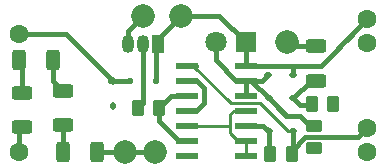
<source format=gbr>
%TF.GenerationSoftware,KiCad,Pcbnew,9.0.1*%
%TF.CreationDate,2025-07-03T13:01:24+03:00*%
%TF.ProjectId,Fan,46616e2e-6b69-4636-9164-5f7063625858,rev?*%
%TF.SameCoordinates,Original*%
%TF.FileFunction,Copper,L1,Top*%
%TF.FilePolarity,Positive*%
%FSLAX46Y46*%
G04 Gerber Fmt 4.6, Leading zero omitted, Abs format (unit mm)*
G04 Created by KiCad (PCBNEW 9.0.1) date 2025-07-03 13:01:24*
%MOMM*%
%LPD*%
G01*
G04 APERTURE LIST*
G04 Aperture macros list*
%AMRoundRect*
0 Rectangle with rounded corners*
0 $1 Rounding radius*
0 $2 $3 $4 $5 $6 $7 $8 $9 X,Y pos of 4 corners*
0 Add a 4 corners polygon primitive as box body*
4,1,4,$2,$3,$4,$5,$6,$7,$8,$9,$2,$3,0*
0 Add four circle primitives for the rounded corners*
1,1,$1+$1,$2,$3*
1,1,$1+$1,$4,$5*
1,1,$1+$1,$6,$7*
1,1,$1+$1,$8,$9*
0 Add four rect primitives between the rounded corners*
20,1,$1+$1,$2,$3,$4,$5,0*
20,1,$1+$1,$4,$5,$6,$7,0*
20,1,$1+$1,$6,$7,$8,$9,0*
20,1,$1+$1,$8,$9,$2,$3,0*%
%AMFreePoly0*
4,1,33,0.290285,0.956940,0.471397,0.881921,0.634393,0.773010,0.773010,0.634393,0.881921,0.471397,0.956940,0.290285,0.995185,0.098017,0.995185,-0.098017,0.956940,-0.290285,0.881921,-0.471397,0.773010,-0.634393,0.634393,-0.773010,0.471397,-0.881921,0.290285,-0.956940,0.098017,-0.995185,-0.098017,-0.995185,-0.290285,-0.956940,-0.471397,-0.881921,-0.634393,-0.773010,-0.773010,-0.634393,
-0.881921,-0.471397,-0.956940,-0.290285,-0.995185,-0.098017,-0.995185,0.098017,-0.956940,0.290285,-0.881921,0.471397,-0.773010,0.634393,-0.634393,0.773010,-0.471397,0.881921,-0.290285,0.956940,-0.098017,0.995185,0.098017,0.995185,0.290285,0.956940,0.290285,0.956940,$1*%
G04 Aperture macros list end*
%TA.AperFunction,ComponentPad*%
%ADD10FreePoly0,0.000000*%
%TD*%
%TA.AperFunction,SMDPad,CuDef*%
%ADD11R,1.969999X0.558000*%
%TD*%
%TA.AperFunction,ComponentPad*%
%ADD12C,1.800000*%
%TD*%
%TA.AperFunction,ComponentPad*%
%ADD13R,1.800000X1.800000*%
%TD*%
%TA.AperFunction,SMDPad,CuDef*%
%ADD14RoundRect,0.112500X0.187500X0.112500X-0.187500X0.112500X-0.187500X-0.112500X0.187500X-0.112500X0*%
%TD*%
%TA.AperFunction,SMDPad,CuDef*%
%ADD15RoundRect,0.125000X0.125000X0.125000X-0.125000X0.125000X-0.125000X-0.125000X0.125000X-0.125000X0*%
%TD*%
%TA.AperFunction,SMDPad,CuDef*%
%ADD16RoundRect,0.112500X-0.112500X0.187500X-0.112500X-0.187500X0.112500X-0.187500X0.112500X0.187500X0*%
%TD*%
%TA.AperFunction,ComponentPad*%
%ADD17C,1.600000*%
%TD*%
%TA.AperFunction,SMDPad,CuDef*%
%ADD18RoundRect,0.112500X-0.187500X-0.112500X0.187500X-0.112500X0.187500X0.112500X-0.187500X0.112500X0*%
%TD*%
%TA.AperFunction,SMDPad,CuDef*%
%ADD19RoundRect,0.250000X0.312500X0.625000X-0.312500X0.625000X-0.312500X-0.625000X0.312500X-0.625000X0*%
%TD*%
%TA.AperFunction,SMDPad,CuDef*%
%ADD20RoundRect,0.250000X-0.262500X-0.450000X0.262500X-0.450000X0.262500X0.450000X-0.262500X0.450000X0*%
%TD*%
%TA.AperFunction,SMDPad,CuDef*%
%ADD21RoundRect,0.250000X0.625000X-0.312500X0.625000X0.312500X-0.625000X0.312500X-0.625000X-0.312500X0*%
%TD*%
%TA.AperFunction,SMDPad,CuDef*%
%ADD22RoundRect,0.250000X-0.450000X0.262500X-0.450000X-0.262500X0.450000X-0.262500X0.450000X0.262500X0*%
%TD*%
%TA.AperFunction,SMDPad,CuDef*%
%ADD23RoundRect,0.250000X-0.625000X0.312500X-0.625000X-0.312500X0.625000X-0.312500X0.625000X0.312500X0*%
%TD*%
%TA.AperFunction,SMDPad,CuDef*%
%ADD24RoundRect,0.250000X0.262500X0.450000X-0.262500X0.450000X-0.262500X-0.450000X0.262500X-0.450000X0*%
%TD*%
%TA.AperFunction,ComponentPad*%
%ADD25R,1.050000X1.500000*%
%TD*%
%TA.AperFunction,ComponentPad*%
%ADD26O,1.050000X1.500000*%
%TD*%
%TA.AperFunction,Conductor*%
%ADD27C,0.254000*%
%TD*%
%TA.AperFunction,Conductor*%
%ADD28C,0.400000*%
%TD*%
G04 APERTURE END LIST*
D10*
%TO.P,TP5,1,1*%
%TO.N,Net-(R24-Pad1)*%
X113270000Y-65020000D03*
%TD*%
D11*
%TO.P,U2,14,VCC*%
%TO.N,+12V*%
X120963800Y-57690000D03*
%TO.P,U2,13*%
%TO.N,Net-(D1-A)*%
X120963800Y-58960000D03*
%TO.P,U2,12*%
X120963800Y-60230000D03*
%TO.P,U2,11*%
%TO.N,Net-(U2-Pad11)*%
X120963800Y-61500000D03*
%TO.P,U2,10*%
%TO.N,Net-(D3-A)*%
X120963800Y-62770000D03*
%TO.P,U2,9*%
%TO.N,Net-(U2-Pad11)*%
X120963800Y-64040000D03*
%TO.P,U2,8*%
X120963800Y-65310000D03*
%TO.P,U2,7,GND*%
%TO.N,GND*%
X116036200Y-65310000D03*
%TO.P,U2,6*%
%TO.N,Net-(R8-Pad1)*%
X116036200Y-64040000D03*
%TO.P,U2,5*%
%TO.N,Net-(U2-Pad11)*%
X116036200Y-62770000D03*
%TO.P,U2,4*%
%TO.N,Net-(U2-Pad2)*%
X116036200Y-61500000D03*
%TO.P,U2,3*%
%TO.N,Net-(R8-Pad1)*%
X116036200Y-60230000D03*
%TO.P,U2,2*%
%TO.N,Net-(U2-Pad2)*%
X116036200Y-58960000D03*
%TO.P,U2,1*%
%TO.N,Net-(D3-K)*%
X116036200Y-57690000D03*
%TD*%
D10*
%TO.P,TP2,1,1*%
%TO.N,Net-(D5-A2)*%
X112250000Y-53500000D03*
%TD*%
D12*
%TO.P,Q1,2,E*%
%TO.N,Net-(D1-A)*%
X118423800Y-55710000D03*
D13*
%TO.P,Q1,1,C*%
%TO.N,+12V*%
X120963800Y-55710000D03*
%TD*%
D14*
%TO.P,D1,2,A*%
%TO.N,Net-(D1-A)*%
X122863800Y-58460000D03*
%TO.P,D1,1,K*%
%TO.N,+12V*%
X124963800Y-58460000D03*
%TD*%
D10*
%TO.P,TP4,1,1*%
%TO.N,Net-(R24-Pad1)*%
X110770000Y-65020000D03*
%TD*%
%TO.P,TP3,1,1*%
%TO.N,+12V*%
X115500000Y-53471914D03*
%TD*%
%TO.P,TP1,1,1*%
%TO.N,Net-(R1-Pad1)*%
X124463800Y-55710000D03*
%TD*%
D15*
%TO.P,DZ1,1,K*%
%TO.N,+12V*%
X113350000Y-59000000D03*
%TO.P,DZ1,2,A*%
%TO.N,Net-(D4-K)*%
X111150000Y-59000000D03*
%TD*%
D16*
%TO.P,D4,1,K*%
%TO.N,Net-(D4-K)*%
X109750000Y-59000000D03*
%TO.P,D4,2,A*%
%TO.N,GND*%
X109750000Y-61100000D03*
%TD*%
D17*
%TO.P,C1,1*%
%TO.N,+12V*%
X131250000Y-53750000D03*
%TO.P,C1,2*%
%TO.N,GND*%
X131250000Y-55750000D03*
%TD*%
D18*
%TO.P,D2,1,K*%
%TO.N,Net-(D1-A)*%
X122913800Y-60460000D03*
%TO.P,D2,2,A*%
%TO.N,Net-(D2-A)*%
X125013800Y-60460000D03*
%TD*%
D14*
%TO.P,D3,1,K*%
%TO.N,Net-(D3-K)*%
X125013800Y-63210000D03*
%TO.P,D3,2,A*%
%TO.N,Net-(D3-A)*%
X122913800Y-63210000D03*
%TD*%
D19*
%TO.P,R22,1*%
%TO.N,Net-(R22-Pad1)*%
X104675000Y-57250000D03*
%TO.P,R22,2*%
%TO.N,Net-(R21-Pad1)*%
X101750000Y-57250000D03*
%TD*%
D17*
%TO.P,C3,1*%
%TO.N,Net-(D3-K)*%
X131250000Y-63000000D03*
%TO.P,C3,2*%
%TO.N,GND*%
X131250000Y-65000000D03*
%TD*%
D20*
%TO.P,R6,1*%
%TO.N,Net-(D2-A)*%
X126551300Y-60960000D03*
%TO.P,R6,2*%
%TO.N,GND*%
X128376300Y-60960000D03*
%TD*%
D21*
%TO.P,R23,1*%
%TO.N,Net-(R23-Pad1)*%
X105500000Y-62750000D03*
%TO.P,R23,2*%
%TO.N,Net-(R22-Pad1)*%
X105500000Y-59825000D03*
%TD*%
D20*
%TO.P,R3,1*%
%TO.N,Net-(D3-A)*%
X123051300Y-65210000D03*
%TO.P,R3,2*%
%TO.N,Net-(D3-K)*%
X124876300Y-65210000D03*
%TD*%
D22*
%TO.P,R7,1*%
%TO.N,Net-(D1-A)*%
X126750000Y-62837500D03*
%TO.P,R7,2*%
%TO.N,GND*%
X126750000Y-64662500D03*
%TD*%
D23*
%TO.P,R21,1*%
%TO.N,Net-(R21-Pad1)*%
X102000000Y-60000000D03*
%TO.P,R21,2*%
%TO.N,Net-(C2-Pad2)*%
X102000000Y-62925000D03*
%TD*%
%TO.P,R1,1*%
%TO.N,Net-(R1-Pad1)*%
X126963800Y-56035000D03*
%TO.P,R1,2*%
%TO.N,Net-(D2-A)*%
X126963800Y-58960000D03*
%TD*%
D24*
%TO.P,R8,1*%
%TO.N,Net-(R8-Pad1)*%
X113662500Y-61250000D03*
%TO.P,R8,2*%
%TO.N,Net-(D5-G)*%
X111837500Y-61250000D03*
%TD*%
D17*
%TO.P,C2,1*%
%TO.N,Net-(D4-K)*%
X101750000Y-55000000D03*
%TO.P,C2,2*%
%TO.N,Net-(C2-Pad2)*%
X101750000Y-65000000D03*
%TD*%
D19*
%TO.P,R24,1*%
%TO.N,Net-(R24-Pad1)*%
X108425000Y-65000000D03*
%TO.P,R24,2*%
%TO.N,Net-(R23-Pad1)*%
X105500000Y-65000000D03*
%TD*%
D25*
%TO.P,D5,1,A1*%
%TO.N,+12V*%
X113520000Y-55860000D03*
D26*
%TO.P,D5,2,G*%
%TO.N,Net-(D5-G)*%
X112250000Y-55860000D03*
%TO.P,D5,3,A2*%
%TO.N,Net-(D5-A2)*%
X110980000Y-55860000D03*
%TD*%
D27*
%TO.N,Net-(D3-K)*%
X116503800Y-57690000D02*
X116036200Y-57690000D01*
X119706800Y-60893000D02*
X116503800Y-57690000D01*
X120250000Y-60893000D02*
X119706800Y-60893000D01*
X120250000Y-60893000D02*
X122213800Y-60893000D01*
X119963800Y-60893000D02*
X119706800Y-60893000D01*
D28*
%TO.N,Net-(D4-K)*%
X105750000Y-55000000D02*
X101750000Y-55000000D01*
X109750000Y-59000000D02*
X105750000Y-55000000D01*
%TO.N,+12V*%
X118725714Y-53471914D02*
X120963800Y-55710000D01*
X115500000Y-53471914D02*
X118725714Y-53471914D01*
%TO.N,Net-(R24-Pad1)*%
X110750000Y-65000000D02*
X110770000Y-65020000D01*
X108425000Y-65000000D02*
X110750000Y-65000000D01*
%TO.N,Net-(R23-Pad1)*%
X105500000Y-62750000D02*
X105500000Y-65000000D01*
%TO.N,Net-(R22-Pad1)*%
X104675000Y-59000000D02*
X105500000Y-59825000D01*
X104675000Y-57250000D02*
X104675000Y-59000000D01*
%TO.N,Net-(R21-Pad1)*%
X102000000Y-57500000D02*
X101750000Y-57250000D01*
X102000000Y-60000000D02*
X102000000Y-57500000D01*
%TO.N,Net-(C2-Pad2)*%
X101750000Y-63175000D02*
X102000000Y-62925000D01*
X101750000Y-65000000D02*
X101750000Y-63175000D01*
%TO.N,Net-(R8-Pad1)*%
X113662500Y-62372299D02*
X113662500Y-61250000D01*
X115330201Y-64040000D02*
X113662500Y-62372299D01*
X116036200Y-64040000D02*
X115330201Y-64040000D01*
X114682500Y-60230000D02*
X113662500Y-61250000D01*
X116036200Y-60230000D02*
X114682500Y-60230000D01*
%TO.N,Net-(U2-Pad2)*%
X116742199Y-61500000D02*
X116036200Y-61500000D01*
X117422199Y-59550000D02*
X117422199Y-60820000D01*
X116832199Y-58960000D02*
X117422199Y-59550000D01*
X116036200Y-58960000D02*
X116832199Y-58960000D01*
X117422199Y-60820000D02*
X116742199Y-61500000D01*
%TO.N,Net-(D5-G)*%
X112250000Y-60837500D02*
X111837500Y-61250000D01*
X112250000Y-55860000D02*
X112250000Y-60837500D01*
%TO.N,+12V*%
X113350000Y-56030000D02*
X113520000Y-55860000D01*
X113350000Y-59000000D02*
X113350000Y-56030000D01*
X113520000Y-55451914D02*
X115500000Y-53471914D01*
X113520000Y-55860000D02*
X113520000Y-55451914D01*
%TO.N,Net-(D5-A2)*%
X110980000Y-54770000D02*
X112250000Y-53500000D01*
X110980000Y-55860000D02*
X110980000Y-54770000D01*
%TO.N,Net-(D5-G)*%
X111750000Y-61250000D02*
X112250000Y-60750000D01*
%TO.N,Net-(D4-K)*%
X109500000Y-59000000D02*
X111150000Y-59000000D01*
%TO.N,Net-(D3-K)*%
X130500000Y-63750000D02*
X131250000Y-63000000D01*
X124876300Y-64873700D02*
X126000000Y-63750000D01*
X124876300Y-65210000D02*
X124876300Y-64873700D01*
X126000000Y-63750000D02*
X130500000Y-63750000D01*
X125013800Y-65072500D02*
X124876300Y-65210000D01*
X125013800Y-63210000D02*
X125013800Y-65072500D01*
D27*
X124530800Y-63210000D02*
X125013800Y-63210000D01*
X122213800Y-60893000D02*
X124530800Y-63210000D01*
X119963800Y-60893000D02*
X120250000Y-60893000D01*
D28*
%TO.N,Net-(D1-A)*%
X120963800Y-58960000D02*
X122363800Y-58960000D01*
X122363800Y-58960000D02*
X122863800Y-58460000D01*
%TO.N,Net-(D2-A)*%
X125013800Y-60460000D02*
X125553800Y-61000000D01*
X125553800Y-61000000D02*
X126511300Y-61000000D01*
X126511300Y-61000000D02*
X126551300Y-60960000D01*
%TO.N,+12V*%
X127310000Y-57690000D02*
X130375000Y-54625000D01*
X124963800Y-57690000D02*
X127310000Y-57690000D01*
X129520000Y-55480000D02*
X130375000Y-54625000D01*
%TO.N,Net-(R24-Pad1)*%
X110770000Y-65020000D02*
X113270000Y-65020000D01*
%TO.N,+12V*%
X124943800Y-57710000D02*
X124963800Y-57690000D01*
X120983800Y-57710000D02*
X124943800Y-57710000D01*
X120963800Y-57690000D02*
X120983800Y-57710000D01*
X124963800Y-58460000D02*
X124963800Y-57960000D01*
%TO.N,Net-(D1-A)*%
X121413800Y-58960000D02*
X120963800Y-58960000D01*
X122913800Y-60460000D02*
X121413800Y-58960000D01*
X124413800Y-61960000D02*
X122913800Y-60460000D01*
X124463800Y-61960000D02*
X124413800Y-61960000D01*
%TO.N,Net-(D3-K)*%
X116036200Y-57690000D02*
X116742199Y-57690000D01*
%TO.N,Net-(D1-A)*%
X124463800Y-61960000D02*
X125551300Y-61960000D01*
X122913800Y-60410000D02*
X124463800Y-61960000D01*
X125551300Y-61960000D02*
X126551300Y-62960000D01*
%TO.N,Net-(D3-A)*%
X122913800Y-65072500D02*
X123051300Y-65210000D01*
X122913800Y-63210000D02*
X122913800Y-65072500D01*
X122473800Y-62770000D02*
X122913800Y-63210000D01*
X120963800Y-62770000D02*
X122473800Y-62770000D01*
%TO.N,Net-(D3-K)*%
X116686199Y-57690000D02*
X116036200Y-57690000D01*
%TO.N,Net-(R1-Pad1)*%
X124788800Y-56035000D02*
X124463800Y-55710000D01*
X126963800Y-56035000D02*
X124788800Y-56035000D01*
%TO.N,Net-(D1-A)*%
X118423800Y-57215999D02*
X118423800Y-55710000D01*
X120167801Y-58960000D02*
X118423800Y-57215999D01*
X120963800Y-58960000D02*
X120167801Y-58960000D01*
%TO.N,+12V*%
X120963800Y-57690000D02*
X120963800Y-55710000D01*
%TO.N,Net-(D2-A)*%
X126463800Y-58960000D02*
X126963800Y-58960000D01*
X125013800Y-60410000D02*
X126463800Y-58960000D01*
%TO.N,+12V*%
X130375000Y-54625000D02*
X131250000Y-53750000D01*
%TO.N,Net-(D1-A)*%
X120963800Y-58960000D02*
X120963800Y-60230000D01*
%TO.N,+12V*%
X124963800Y-57690000D02*
X124963800Y-57960000D01*
D27*
%TO.N,Net-(U2-Pad11)*%
X120963800Y-64040000D02*
X120313801Y-64040000D01*
X119650801Y-61792999D02*
X119943800Y-61500000D01*
X119650801Y-62730000D02*
X119650801Y-61792999D01*
X119610801Y-62770000D02*
X116036200Y-62770000D01*
X119650801Y-62730000D02*
X119610801Y-62770000D01*
X119650801Y-63377000D02*
X119650801Y-62730000D01*
X120313801Y-64040000D02*
X119650801Y-63377000D01*
X120963800Y-65310000D02*
X120963800Y-64040000D01*
X119943800Y-61500000D02*
X120963800Y-61500000D01*
D28*
%TO.N,Net-(D3-K)*%
X131000000Y-62750000D02*
X131250000Y-63000000D01*
%TD*%
M02*

</source>
